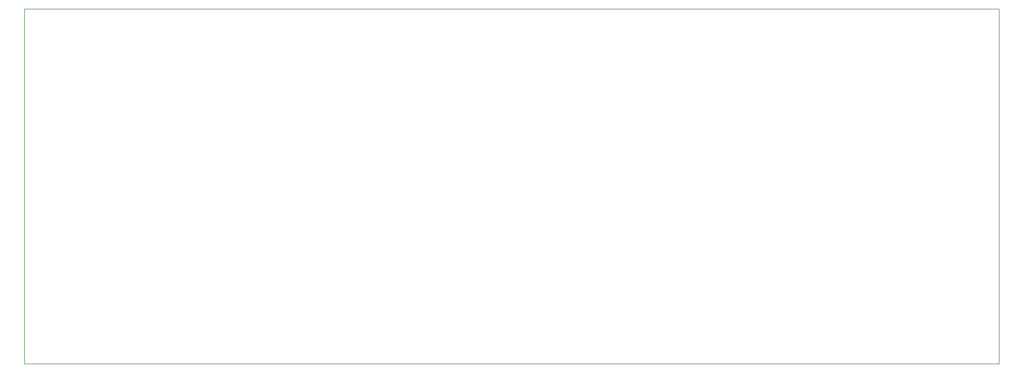
<source format=gbr>
%TF.GenerationSoftware,KiCad,Pcbnew,(5.0.1)-3*%
%TF.CreationDate,2018-12-07T19:46:10-06:00*%
%TF.ProjectId,z80sbc_keyboard,7A38307362635F6B6579626F6172642E,rev?*%
%TF.SameCoordinates,Original*%
%TF.FileFunction,Legend,Bot*%
%TF.FilePolarity,Positive*%
%FSLAX46Y46*%
G04 Gerber Fmt 4.6, Leading zero omitted, Abs format (unit mm)*
G04 Created by KiCad (PCBNEW (5.0.1)-3) date 12/7/2018 7:46:10 PM*
%MOMM*%
%LPD*%
G01*
G04 APERTURE LIST*
%ADD10C,0.150000*%
G04 APERTURE END LIST*
D10*
X26670000Y-50800000D02*
X26670000Y-160020000D01*
X326390000Y-50800000D02*
X26670000Y-50800000D01*
X326390000Y-160020000D02*
X326390000Y-50800000D01*
X26670000Y-160020000D02*
X326390000Y-160020000D01*
M02*

</source>
